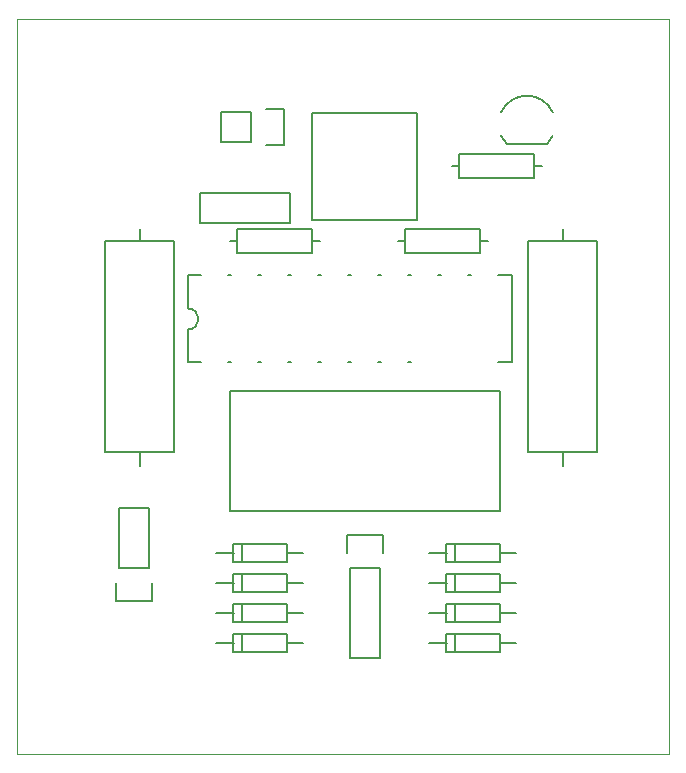
<source format=gto>
G04 #@! TF.FileFunction,Legend,Top*
%FSLAX46Y46*%
G04 Gerber Fmt 4.6, Leading zero omitted, Abs format (unit mm)*
G04 Created by KiCad (PCBNEW 4.0.1-stable) date 11/23/16 13:41:23*
%MOMM*%
G01*
G04 APERTURE LIST*
%ADD10C,0.100000*%
%ADD11C,0.150000*%
G04 APERTURE END LIST*
D10*
X96520000Y-57150000D02*
X96520000Y-56515000D01*
X96520000Y-56515000D02*
X96520000Y-57150000D01*
X96520000Y-55880000D02*
X96520000Y-56515000D01*
X151765000Y-55880000D02*
X96520000Y-55880000D01*
X151765000Y-118110000D02*
X151765000Y-55880000D01*
X96520000Y-118110000D02*
X151765000Y-118110000D01*
X96520000Y-56515000D02*
X96520000Y-118110000D01*
D11*
X117094000Y-70612000D02*
X119634000Y-70612000D01*
X119634000Y-70612000D02*
X119634000Y-73152000D01*
X119634000Y-73152000D02*
X117094000Y-73152000D01*
X114554000Y-73152000D02*
X112014000Y-73152000D01*
X112014000Y-73152000D02*
X112014000Y-70612000D01*
X112014000Y-70612000D02*
X114554000Y-70612000D01*
X114554000Y-70612000D02*
X117094000Y-70612000D01*
X114554000Y-73152000D02*
X117094000Y-73152000D01*
X119380520Y-101089460D02*
X120777520Y-101089460D01*
X114935520Y-101089460D02*
X113411520Y-101089460D01*
X115570520Y-100327460D02*
X115570520Y-101851460D01*
X114808520Y-101089460D02*
X114808520Y-101851460D01*
X114808520Y-101851460D02*
X119380520Y-101851460D01*
X119380520Y-101851460D02*
X119380520Y-100327460D01*
X119380520Y-100327460D02*
X114808520Y-100327460D01*
X114808520Y-100327460D02*
X114808520Y-101089460D01*
X119380520Y-103629460D02*
X120777520Y-103629460D01*
X114935520Y-103629460D02*
X113411520Y-103629460D01*
X115570520Y-102867460D02*
X115570520Y-104391460D01*
X114808520Y-103629460D02*
X114808520Y-104391460D01*
X114808520Y-104391460D02*
X119380520Y-104391460D01*
X119380520Y-104391460D02*
X119380520Y-102867460D01*
X119380520Y-102867460D02*
X114808520Y-102867460D01*
X114808520Y-102867460D02*
X114808520Y-103629460D01*
X119380520Y-106169460D02*
X120777520Y-106169460D01*
X114935520Y-106169460D02*
X113411520Y-106169460D01*
X115570520Y-105407460D02*
X115570520Y-106931460D01*
X114808520Y-106169460D02*
X114808520Y-106931460D01*
X114808520Y-106931460D02*
X119380520Y-106931460D01*
X119380520Y-106931460D02*
X119380520Y-105407460D01*
X119380520Y-105407460D02*
X114808520Y-105407460D01*
X114808520Y-105407460D02*
X114808520Y-106169460D01*
X119380520Y-108709460D02*
X120777520Y-108709460D01*
X114935520Y-108709460D02*
X113411520Y-108709460D01*
X115570520Y-107947460D02*
X115570520Y-109471460D01*
X114808520Y-108709460D02*
X114808520Y-109471460D01*
X114808520Y-109471460D02*
X119380520Y-109471460D01*
X119380520Y-109471460D02*
X119380520Y-107947460D01*
X119380520Y-107947460D02*
X114808520Y-107947460D01*
X114808520Y-107947460D02*
X114808520Y-108709460D01*
X137414520Y-101089460D02*
X138811520Y-101089460D01*
X132969520Y-101089460D02*
X131445520Y-101089460D01*
X133604520Y-100327460D02*
X133604520Y-101851460D01*
X132842520Y-101089460D02*
X132842520Y-101851460D01*
X132842520Y-101851460D02*
X137414520Y-101851460D01*
X137414520Y-101851460D02*
X137414520Y-100327460D01*
X137414520Y-100327460D02*
X132842520Y-100327460D01*
X132842520Y-100327460D02*
X132842520Y-101089460D01*
X137414520Y-103629460D02*
X138811520Y-103629460D01*
X132969520Y-103629460D02*
X131445520Y-103629460D01*
X133604520Y-102867460D02*
X133604520Y-104391460D01*
X132842520Y-103629460D02*
X132842520Y-104391460D01*
X132842520Y-104391460D02*
X137414520Y-104391460D01*
X137414520Y-104391460D02*
X137414520Y-102867460D01*
X137414520Y-102867460D02*
X132842520Y-102867460D01*
X132842520Y-102867460D02*
X132842520Y-103629460D01*
X137414520Y-106169460D02*
X138811520Y-106169460D01*
X132969520Y-106169460D02*
X131445520Y-106169460D01*
X133604520Y-105407460D02*
X133604520Y-106931460D01*
X132842520Y-106169460D02*
X132842520Y-106931460D01*
X132842520Y-106931460D02*
X137414520Y-106931460D01*
X137414520Y-106931460D02*
X137414520Y-105407460D01*
X137414520Y-105407460D02*
X132842520Y-105407460D01*
X132842520Y-105407460D02*
X132842520Y-106169460D01*
X137414520Y-108709460D02*
X138811520Y-108709460D01*
X132969520Y-108709460D02*
X131445520Y-108709460D01*
X133604520Y-107947460D02*
X133604520Y-109471460D01*
X132842520Y-108709460D02*
X132842520Y-109471460D01*
X132842520Y-109471460D02*
X137414520Y-109471460D01*
X137414520Y-109471460D02*
X137414520Y-107947460D01*
X137414520Y-107947460D02*
X132842520Y-107947460D01*
X132842520Y-107947460D02*
X132842520Y-108709460D01*
X107696000Y-102362000D02*
X107696000Y-97282000D01*
X107696000Y-97282000D02*
X105156000Y-97282000D01*
X105156000Y-97282000D02*
X105156000Y-102362000D01*
X104876000Y-105182000D02*
X104876000Y-103632000D01*
X105156000Y-102362000D02*
X107696000Y-102362000D01*
X107976000Y-103632000D02*
X107976000Y-105182000D01*
X107976000Y-105182000D02*
X104876000Y-105182000D01*
X116332000Y-66294000D02*
X113792000Y-66294000D01*
X119152000Y-66574000D02*
X117602000Y-66574000D01*
X116332000Y-66294000D02*
X116332000Y-63754000D01*
X117602000Y-63474000D02*
X119152000Y-63474000D01*
X119152000Y-63474000D02*
X119152000Y-66574000D01*
X116332000Y-63754000D02*
X113792000Y-63754000D01*
X113792000Y-63754000D02*
X113792000Y-66294000D01*
X124714000Y-109982000D02*
X124714000Y-102362000D01*
X127254000Y-102362000D02*
X127254000Y-109982000D01*
X124714000Y-109982000D02*
X127254000Y-109982000D01*
X127534000Y-99542000D02*
X127534000Y-101092000D01*
X127254000Y-102362000D02*
X124714000Y-102362000D01*
X124434000Y-101092000D02*
X124434000Y-99542000D01*
X124434000Y-99542000D02*
X127534000Y-99542000D01*
X129794000Y-63881000D02*
X130429000Y-63881000D01*
X130429000Y-63881000D02*
X130429000Y-72898000D01*
X130429000Y-72898000D02*
X121539000Y-72898000D01*
X121539000Y-72898000D02*
X121539000Y-63881000D01*
X121539000Y-63881000D02*
X122301000Y-63881000D01*
X121539000Y-66548000D02*
X121539000Y-72898000D01*
X130429000Y-66548000D02*
X130429000Y-72898000D01*
X122174000Y-63881000D02*
X129794000Y-63881000D01*
X121920000Y-72898000D02*
X130048000Y-72898000D01*
X135763000Y-75692000D02*
X129413000Y-75692000D01*
X129413000Y-73660000D02*
X135763000Y-73660000D01*
X135763000Y-74676000D02*
X136398000Y-74676000D01*
X129413000Y-74676000D02*
X128778000Y-74676000D01*
X129413000Y-74676000D02*
X129413000Y-73660000D01*
X135763000Y-73660000D02*
X135763000Y-75692000D01*
X129413000Y-75692000D02*
X129413000Y-74676000D01*
X133985000Y-67310000D02*
X140335000Y-67310000D01*
X140335000Y-69342000D02*
X133985000Y-69342000D01*
X133985000Y-68326000D02*
X133350000Y-68326000D01*
X140335000Y-68326000D02*
X140970000Y-68326000D01*
X140335000Y-68326000D02*
X140335000Y-69342000D01*
X133985000Y-69342000D02*
X133985000Y-67310000D01*
X140335000Y-67310000D02*
X140335000Y-68326000D01*
X121539000Y-75692000D02*
X115189000Y-75692000D01*
X115189000Y-73660000D02*
X121539000Y-73660000D01*
X121539000Y-74676000D02*
X122174000Y-74676000D01*
X115189000Y-74676000D02*
X114554000Y-74676000D01*
X115189000Y-74676000D02*
X115189000Y-73660000D01*
X121539000Y-73660000D02*
X121539000Y-75692000D01*
X115189000Y-75692000D02*
X115189000Y-74676000D01*
X106934000Y-74676000D02*
X109855000Y-74676000D01*
X109855000Y-74676000D02*
X109855000Y-82423000D01*
X106934000Y-73660000D02*
X106934000Y-74676000D01*
X106934000Y-74676000D02*
X104013000Y-74676000D01*
X104013000Y-74676000D02*
X104013000Y-92583000D01*
X104013000Y-92583000D02*
X104394000Y-92583000D01*
X106934000Y-93726000D02*
X106934000Y-92583000D01*
X104267000Y-92583000D02*
X109855000Y-92583000D01*
X109855000Y-92576000D02*
X109855000Y-82416000D01*
X142748000Y-74676000D02*
X145669000Y-74676000D01*
X145669000Y-74676000D02*
X145669000Y-82423000D01*
X142748000Y-73660000D02*
X142748000Y-74676000D01*
X142748000Y-74676000D02*
X139827000Y-74676000D01*
X139827000Y-74676000D02*
X139827000Y-92583000D01*
X139827000Y-92583000D02*
X140208000Y-92583000D01*
X142748000Y-93726000D02*
X142748000Y-92583000D01*
X140081000Y-92583000D02*
X145669000Y-92583000D01*
X145669000Y-92576000D02*
X145669000Y-82416000D01*
X114681000Y-77597000D02*
X114427000Y-77597000D01*
X117221000Y-77597000D02*
X116967000Y-77597000D01*
X122047000Y-77597000D02*
X122301000Y-77597000D01*
X119507000Y-77597000D02*
X119761000Y-77597000D01*
X137541000Y-77597000D02*
X138430000Y-77597000D01*
X117221000Y-84963000D02*
X116967000Y-84963000D01*
X119761000Y-84963000D02*
X119507000Y-84963000D01*
X122301000Y-84963000D02*
X122047000Y-84963000D01*
X124841000Y-84963000D02*
X124587000Y-84963000D01*
X127381000Y-84963000D02*
X127127000Y-84963000D01*
X129921000Y-84963000D02*
X129667000Y-84963000D01*
X137287000Y-84963000D02*
X138430000Y-84963000D01*
X137287000Y-77597000D02*
X137541000Y-77597000D01*
X134747000Y-77597000D02*
X135001000Y-77597000D01*
X132207000Y-77597000D02*
X132461000Y-77597000D01*
X129667000Y-77597000D02*
X129921000Y-77597000D01*
X127127000Y-77597000D02*
X127381000Y-77597000D01*
X114427000Y-84963000D02*
X114681000Y-84963000D01*
X112141000Y-84963000D02*
X110998000Y-84963000D01*
X112141000Y-77597000D02*
X110998000Y-77597000D01*
X124587000Y-77597000D02*
X124841000Y-77597000D01*
X110998000Y-80391000D02*
X110998000Y-77597000D01*
X110998000Y-84963000D02*
X110998000Y-82169000D01*
X110998000Y-82169000D02*
G75*
G03X110998000Y-80391000I0J889000D01*
G01*
X138439000Y-84955000D02*
X138439000Y-77605000D01*
X115824000Y-87376000D02*
X137414000Y-87376000D01*
X137414000Y-87376000D02*
X137414000Y-97536000D01*
X137414000Y-97536000D02*
X114554000Y-97536000D01*
X114554000Y-97536000D02*
X114554000Y-87376000D01*
X114554000Y-87376000D02*
X115824000Y-87376000D01*
X137512305Y-65766990D02*
G75*
G03X138000000Y-66470000I2187695J996990D01*
G01*
X141887695Y-65766990D02*
G75*
G02X141400000Y-66470000I-2187695J996990D01*
G01*
X138000000Y-66470000D02*
X141400000Y-66470000D01*
X137515121Y-63776873D02*
G75*
G02X139700000Y-62370000I2184879J-993127D01*
G01*
X141884879Y-63776873D02*
G75*
G03X139700000Y-62370000I-2184879J-993127D01*
G01*
M02*

</source>
